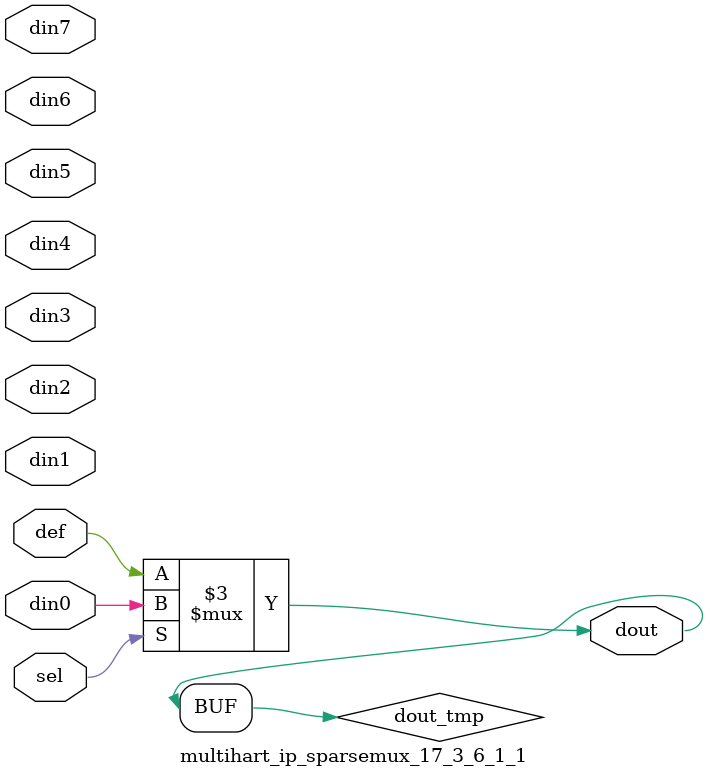
<source format=v>
`timescale 1ns / 1ps

module multihart_ip_sparsemux_17_3_6_1_1 (din0,din1,din2,din3,din4,din5,din6,din7,def,sel,dout);

parameter din0_WIDTH = 1;

parameter din1_WIDTH = 1;

parameter din2_WIDTH = 1;

parameter din3_WIDTH = 1;

parameter din4_WIDTH = 1;

parameter din5_WIDTH = 1;

parameter din6_WIDTH = 1;

parameter din7_WIDTH = 1;

parameter def_WIDTH = 1;
parameter sel_WIDTH = 1;
parameter dout_WIDTH = 1;

parameter [sel_WIDTH-1:0] CASE0 = 1;

parameter [sel_WIDTH-1:0] CASE1 = 1;

parameter [sel_WIDTH-1:0] CASE2 = 1;

parameter [sel_WIDTH-1:0] CASE3 = 1;

parameter [sel_WIDTH-1:0] CASE4 = 1;

parameter [sel_WIDTH-1:0] CASE5 = 1;

parameter [sel_WIDTH-1:0] CASE6 = 1;

parameter [sel_WIDTH-1:0] CASE7 = 1;

parameter ID = 1;
parameter NUM_STAGE = 1;



input [din0_WIDTH-1:0] din0;

input [din1_WIDTH-1:0] din1;

input [din2_WIDTH-1:0] din2;

input [din3_WIDTH-1:0] din3;

input [din4_WIDTH-1:0] din4;

input [din5_WIDTH-1:0] din5;

input [din6_WIDTH-1:0] din6;

input [din7_WIDTH-1:0] din7;

input [def_WIDTH-1:0] def;
input [sel_WIDTH-1:0] sel;

output [dout_WIDTH-1:0] dout;



reg [dout_WIDTH-1:0] dout_tmp;


always @ (*) begin
(* parallel_case *) case (sel)
    
    CASE0 : dout_tmp = din0;
    
    CASE1 : dout_tmp = din1;
    
    CASE2 : dout_tmp = din2;
    
    CASE3 : dout_tmp = din3;
    
    CASE4 : dout_tmp = din4;
    
    CASE5 : dout_tmp = din5;
    
    CASE6 : dout_tmp = din6;
    
    CASE7 : dout_tmp = din7;
    
    default : dout_tmp = def;
endcase
end


assign dout = dout_tmp;



endmodule

</source>
